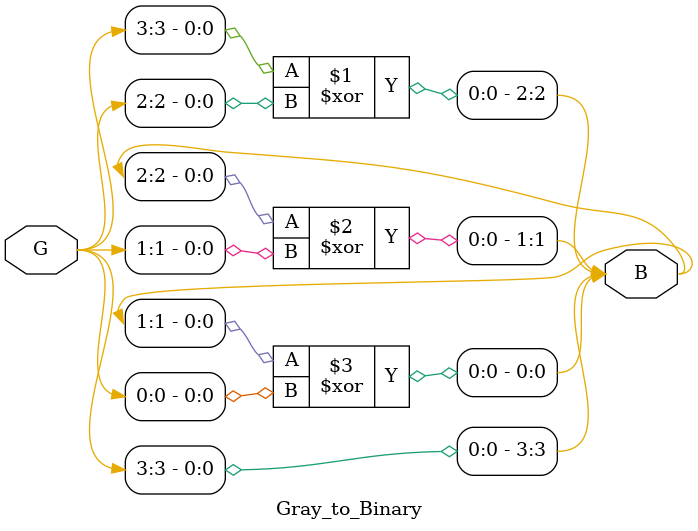
<source format=v>

`timescale 1ns / 1ps

module Gray_to_Binary(
    input  [3:0] G,   
    output [3:0] B   
);

    assign B[3] = G[3];
    assign B[2] = B[3] ^ G[2];
    assign B[1] = B[2] ^ G[1];
    assign B[0] = B[1] ^ G[0];

endmodule


</source>
